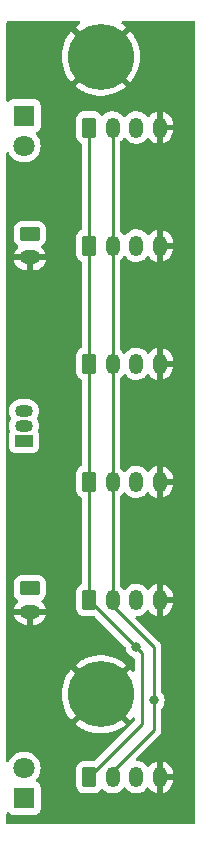
<source format=gbr>
%TF.GenerationSoftware,KiCad,Pcbnew,7.0.2*%
%TF.CreationDate,2023-07-26T10:45:46-04:00*%
%TF.ProjectId,i2csplitter,69326373-706c-4697-9474-65722e6b6963,rev?*%
%TF.SameCoordinates,Original*%
%TF.FileFunction,Copper,L2,Bot*%
%TF.FilePolarity,Positive*%
%FSLAX46Y46*%
G04 Gerber Fmt 4.6, Leading zero omitted, Abs format (unit mm)*
G04 Created by KiCad (PCBNEW 7.0.2) date 2023-07-26 10:45:46*
%MOMM*%
%LPD*%
G01*
G04 APERTURE LIST*
G04 Aperture macros list*
%AMRoundRect*
0 Rectangle with rounded corners*
0 $1 Rounding radius*
0 $2 $3 $4 $5 $6 $7 $8 $9 X,Y pos of 4 corners*
0 Add a 4 corners polygon primitive as box body*
4,1,4,$2,$3,$4,$5,$6,$7,$8,$9,$2,$3,0*
0 Add four circle primitives for the rounded corners*
1,1,$1+$1,$2,$3*
1,1,$1+$1,$4,$5*
1,1,$1+$1,$6,$7*
1,1,$1+$1,$8,$9*
0 Add four rect primitives between the rounded corners*
20,1,$1+$1,$2,$3,$4,$5,0*
20,1,$1+$1,$4,$5,$6,$7,0*
20,1,$1+$1,$6,$7,$8,$9,0*
20,1,$1+$1,$8,$9,$2,$3,0*%
G04 Aperture macros list end*
%TA.AperFunction,ComponentPad*%
%ADD10RoundRect,0.250000X-0.350000X-0.625000X0.350000X-0.625000X0.350000X0.625000X-0.350000X0.625000X0*%
%TD*%
%TA.AperFunction,ComponentPad*%
%ADD11O,1.200000X1.750000*%
%TD*%
%TA.AperFunction,ComponentPad*%
%ADD12R,1.800000X1.800000*%
%TD*%
%TA.AperFunction,ComponentPad*%
%ADD13C,1.800000*%
%TD*%
%TA.AperFunction,ComponentPad*%
%ADD14R,1.500000X1.050000*%
%TD*%
%TA.AperFunction,ComponentPad*%
%ADD15O,1.500000X1.050000*%
%TD*%
%TA.AperFunction,ComponentPad*%
%ADD16C,5.600000*%
%TD*%
%TA.AperFunction,ComponentPad*%
%ADD17RoundRect,0.250000X-0.625000X0.350000X-0.625000X-0.350000X0.625000X-0.350000X0.625000X0.350000X0*%
%TD*%
%TA.AperFunction,ComponentPad*%
%ADD18O,1.750000X1.200000*%
%TD*%
%TA.AperFunction,ViaPad*%
%ADD19C,0.800000*%
%TD*%
%TA.AperFunction,Conductor*%
%ADD20C,0.250000*%
%TD*%
G04 APERTURE END LIST*
D10*
%TO.P,J4,1,Pin_1*%
%TO.N,SCL*%
X112000000Y-70000000D03*
D11*
%TO.P,J4,2,Pin_2*%
%TO.N,SDA*%
X114000000Y-70000000D03*
%TO.P,J4,3,Pin_3*%
%TO.N,+3.3V*%
X116000000Y-70000000D03*
%TO.P,J4,4,Pin_4*%
%TO.N,GND*%
X118000000Y-70000000D03*
%TD*%
D12*
%TO.P,D1,1,K*%
%TO.N,Net-(D1-K)*%
X106500000Y-106775000D03*
D13*
%TO.P,D1,2,A*%
%TO.N,VCC*%
X106500000Y-104235000D03*
%TD*%
D14*
%TO.P,Q1,1,E*%
%TO.N,VCC*%
X106500000Y-76540000D03*
D15*
%TO.P,Q1,2,B*%
%TO.N,Net-(Q1-B)*%
X106500000Y-75270000D03*
%TO.P,Q1,3,C*%
%TO.N,Net-(D2-A)*%
X106500000Y-74000000D03*
%TD*%
D10*
%TO.P,J5,1,Pin_1*%
%TO.N,SCL*%
X112000000Y-60000000D03*
D11*
%TO.P,J5,2,Pin_2*%
%TO.N,SDA*%
X114000000Y-60000000D03*
%TO.P,J5,3,Pin_3*%
%TO.N,Net-(J5-Pin_3)*%
X116000000Y-60000000D03*
%TO.P,J5,4,Pin_4*%
%TO.N,GND*%
X118000000Y-60000000D03*
%TD*%
D16*
%TO.P,H2,1,1*%
%TO.N,GND*%
X113000000Y-44000000D03*
%TD*%
%TO.P,H1,1,1*%
%TO.N,GND*%
X113000000Y-98000000D03*
%TD*%
D17*
%TO.P,J8,1,Pin_1*%
%TO.N,Net-(J5-Pin_3)*%
X107000000Y-59000000D03*
D18*
%TO.P,J8,2,Pin_2*%
%TO.N,GND*%
X107000000Y-61000000D03*
%TD*%
D12*
%TO.P,D2,1,K*%
%TO.N,Net-(D2-K)*%
X106500000Y-49000000D03*
D13*
%TO.P,D2,2,A*%
%TO.N,Net-(D2-A)*%
X106500000Y-51540000D03*
%TD*%
D10*
%TO.P,J2,1,Pin_1*%
%TO.N,SCL*%
X112000000Y-90000000D03*
D11*
%TO.P,J2,2,Pin_2*%
%TO.N,SDA*%
X114000000Y-90000000D03*
%TO.P,J2,3,Pin_3*%
%TO.N,+3.3V*%
X116000000Y-90000000D03*
%TO.P,J2,4,Pin_4*%
%TO.N,GND*%
X118000000Y-90000000D03*
%TD*%
D17*
%TO.P,J7,1,Pin_1*%
%TO.N,+3.3V*%
X107000000Y-89000000D03*
D18*
%TO.P,J7,2,Pin_2*%
%TO.N,GND*%
X107000000Y-91000000D03*
%TD*%
D10*
%TO.P,J3,1,Pin_1*%
%TO.N,SCL*%
X112000000Y-80000000D03*
D11*
%TO.P,J3,2,Pin_2*%
%TO.N,SDA*%
X114000000Y-80000000D03*
%TO.P,J3,3,Pin_3*%
%TO.N,+3.3V*%
X116000000Y-80000000D03*
%TO.P,J3,4,Pin_4*%
%TO.N,GND*%
X118000000Y-80000000D03*
%TD*%
D10*
%TO.P,J1,1,Pin_1*%
%TO.N,SCL*%
X112000000Y-105000000D03*
D11*
%TO.P,J1,2,Pin_2*%
%TO.N,SDA*%
X114000000Y-105000000D03*
%TO.P,J1,3,Pin_3*%
%TO.N,VCC*%
X116000000Y-105000000D03*
%TO.P,J1,4,Pin_4*%
%TO.N,GND*%
X118000000Y-105000000D03*
%TD*%
D10*
%TO.P,J6,1,Pin_1*%
%TO.N,SCL*%
X112000000Y-50000000D03*
D11*
%TO.P,J6,2,Pin_2*%
%TO.N,SDA*%
X114000000Y-50000000D03*
%TO.P,J6,3,Pin_3*%
%TO.N,Net-(J5-Pin_3)*%
X116000000Y-50000000D03*
%TO.P,J6,4,Pin_4*%
%TO.N,GND*%
X118000000Y-50000000D03*
%TD*%
D19*
%TO.N,SCL*%
X116000000Y-94000000D03*
%TO.N,SDA*%
X117500000Y-98500000D03*
%TD*%
D20*
%TO.N,SCL*%
X112000000Y-50000000D02*
X112000000Y-90000000D01*
X116000000Y-94000000D02*
X112000000Y-90000000D01*
X116500000Y-94500000D02*
X116000000Y-94000000D01*
X116500000Y-100500000D02*
X116500000Y-94500000D01*
X112000000Y-105000000D02*
X116500000Y-100500000D01*
%TO.N,SDA*%
X114000000Y-105000000D02*
X114000000Y-104500000D01*
X117500000Y-98500000D02*
X117500000Y-94000000D01*
X114000000Y-90500000D02*
X114000000Y-90000000D01*
X117500000Y-94000000D02*
X114000000Y-90500000D01*
X117500000Y-101000000D02*
X117500000Y-98500000D01*
X114000000Y-104500000D02*
X117500000Y-101000000D01*
X114000000Y-50000000D02*
X114000000Y-90000000D01*
%TD*%
%TA.AperFunction,Conductor*%
%TO.N,GND*%
G36*
X111205587Y-41019685D02*
G01*
X111251342Y-41072489D01*
X111261286Y-41141647D01*
X111232261Y-41205203D01*
X111202476Y-41230251D01*
X111148234Y-41262886D01*
X111142694Y-41266642D01*
X110863149Y-41479146D01*
X110858054Y-41483474D01*
X110847256Y-41493702D01*
X110847255Y-41493703D01*
X112055819Y-42702266D01*
X111865130Y-42865130D01*
X111702266Y-43055818D01*
X110496442Y-41849994D01*
X110496441Y-41849995D01*
X110371207Y-41997433D01*
X110367147Y-42002774D01*
X110170102Y-42293393D01*
X110166649Y-42299131D01*
X110002169Y-42609373D01*
X109999360Y-42615447D01*
X109869396Y-42941631D01*
X109867251Y-42947998D01*
X109773317Y-43286315D01*
X109771874Y-43292869D01*
X109715069Y-43639369D01*
X109714343Y-43646041D01*
X109695335Y-43996643D01*
X109695335Y-44003356D01*
X109714343Y-44353958D01*
X109715069Y-44360630D01*
X109771874Y-44707130D01*
X109773317Y-44713684D01*
X109867251Y-45052001D01*
X109869396Y-45058368D01*
X109999360Y-45384552D01*
X110002169Y-45390626D01*
X110166649Y-45700868D01*
X110170102Y-45706606D01*
X110367147Y-45997225D01*
X110371207Y-46002566D01*
X110496441Y-46150003D01*
X110496442Y-46150004D01*
X111702266Y-44944180D01*
X111865130Y-45134870D01*
X112055818Y-45297732D01*
X110847255Y-46506295D01*
X110858047Y-46516518D01*
X110863157Y-46520858D01*
X111142694Y-46733357D01*
X111148240Y-46737117D01*
X111449099Y-46918137D01*
X111455038Y-46921285D01*
X111773695Y-47068712D01*
X111779937Y-47071199D01*
X112112684Y-47183315D01*
X112119129Y-47185104D01*
X112462053Y-47260588D01*
X112468677Y-47261674D01*
X112817740Y-47299636D01*
X112824437Y-47300000D01*
X113175563Y-47300000D01*
X113182259Y-47299636D01*
X113531322Y-47261674D01*
X113537946Y-47260588D01*
X113880870Y-47185104D01*
X113887315Y-47183315D01*
X114220062Y-47071199D01*
X114226304Y-47068712D01*
X114544961Y-46921285D01*
X114550900Y-46918137D01*
X114851759Y-46737117D01*
X114857305Y-46733357D01*
X115136846Y-46520856D01*
X115141950Y-46516519D01*
X115152742Y-46506296D01*
X115152743Y-46506295D01*
X113944180Y-45297733D01*
X114134870Y-45134870D01*
X114297733Y-44944180D01*
X115503556Y-46150003D01*
X115503557Y-46150003D01*
X115628792Y-46002566D01*
X115632852Y-45997225D01*
X115829897Y-45706606D01*
X115833350Y-45700868D01*
X115997830Y-45390626D01*
X116000639Y-45384552D01*
X116130603Y-45058368D01*
X116132748Y-45052001D01*
X116226682Y-44713684D01*
X116228125Y-44707130D01*
X116284930Y-44360630D01*
X116285656Y-44353958D01*
X116304664Y-44003356D01*
X116304664Y-43996643D01*
X116285656Y-43646041D01*
X116284930Y-43639369D01*
X116228125Y-43292869D01*
X116226682Y-43286315D01*
X116132748Y-42947998D01*
X116130603Y-42941631D01*
X116000639Y-42615447D01*
X115997830Y-42609373D01*
X115833350Y-42299131D01*
X115829897Y-42293393D01*
X115632852Y-42002774D01*
X115628792Y-41997433D01*
X115503557Y-41849995D01*
X115503556Y-41849994D01*
X114297732Y-43055818D01*
X114134870Y-42865130D01*
X113944180Y-42702266D01*
X115152743Y-41493703D01*
X115141942Y-41483473D01*
X115136842Y-41479141D01*
X114857305Y-41266642D01*
X114851765Y-41262886D01*
X114797524Y-41230251D01*
X114750229Y-41178821D01*
X114738246Y-41109987D01*
X114765381Y-41045601D01*
X114823017Y-41006107D01*
X114861452Y-41000000D01*
X120876000Y-41000000D01*
X120943039Y-41019685D01*
X120988794Y-41072489D01*
X121000000Y-41124000D01*
X121000000Y-108876000D01*
X120980315Y-108943039D01*
X120927511Y-108988794D01*
X120876000Y-109000000D01*
X105124000Y-109000000D01*
X105056961Y-108980315D01*
X105011206Y-108927511D01*
X105000000Y-108876000D01*
X105000000Y-108081226D01*
X105019685Y-108014187D01*
X105072489Y-107968432D01*
X105141647Y-107958488D01*
X105205203Y-107987513D01*
X105223267Y-108006916D01*
X105242452Y-108032544D01*
X105242453Y-108032544D01*
X105242454Y-108032546D01*
X105357669Y-108118796D01*
X105492517Y-108169091D01*
X105552127Y-108175500D01*
X107447872Y-108175499D01*
X107507483Y-108169091D01*
X107642331Y-108118796D01*
X107757546Y-108032546D01*
X107843796Y-107917331D01*
X107894091Y-107782483D01*
X107900500Y-107722873D01*
X107900499Y-105827128D01*
X107894091Y-105767517D01*
X107843796Y-105632669D01*
X107757546Y-105517454D01*
X107642331Y-105431204D01*
X107589357Y-105411446D01*
X107562093Y-105401277D01*
X107506160Y-105359405D01*
X107481743Y-105293940D01*
X107496595Y-105225668D01*
X107514194Y-105201116D01*
X107608979Y-105098153D01*
X107735924Y-104903849D01*
X107829157Y-104691300D01*
X107886134Y-104466305D01*
X107905300Y-104235000D01*
X107886134Y-104003695D01*
X107829157Y-103778700D01*
X107735924Y-103566151D01*
X107608979Y-103371847D01*
X107451784Y-103201087D01*
X107268626Y-103058530D01*
X107064503Y-102948064D01*
X107064499Y-102948062D01*
X107064498Y-102948062D01*
X106844984Y-102872702D01*
X106673281Y-102844050D01*
X106616049Y-102834500D01*
X106383951Y-102834500D01*
X106338164Y-102842140D01*
X106155015Y-102872702D01*
X105935501Y-102948062D01*
X105731372Y-103058531D01*
X105548215Y-103201087D01*
X105391020Y-103371848D01*
X105264077Y-103566148D01*
X105264076Y-103566151D01*
X105238482Y-103624501D01*
X105237556Y-103626611D01*
X105192599Y-103680096D01*
X105125863Y-103700786D01*
X105058535Y-103682111D01*
X105011992Y-103630000D01*
X105000000Y-103576800D01*
X105000000Y-98003356D01*
X109695335Y-98003356D01*
X109714343Y-98353958D01*
X109715069Y-98360630D01*
X109771874Y-98707130D01*
X109773317Y-98713684D01*
X109867251Y-99052001D01*
X109869396Y-99058368D01*
X109999360Y-99384552D01*
X110002169Y-99390626D01*
X110166649Y-99700868D01*
X110170102Y-99706606D01*
X110367147Y-99997225D01*
X110371207Y-100002566D01*
X110496441Y-100150003D01*
X110496442Y-100150004D01*
X111702266Y-98944180D01*
X111865130Y-99134870D01*
X112055818Y-99297732D01*
X110847255Y-100506295D01*
X110858047Y-100516518D01*
X110863157Y-100520858D01*
X111142694Y-100733357D01*
X111148240Y-100737117D01*
X111449099Y-100918137D01*
X111455038Y-100921285D01*
X111773695Y-101068712D01*
X111779937Y-101071199D01*
X112112684Y-101183315D01*
X112119129Y-101185104D01*
X112462053Y-101260588D01*
X112468677Y-101261674D01*
X112817740Y-101299636D01*
X112824437Y-101300000D01*
X113175563Y-101300000D01*
X113182259Y-101299636D01*
X113531322Y-101261674D01*
X113537946Y-101260588D01*
X113880870Y-101185104D01*
X113887315Y-101183315D01*
X114220062Y-101071199D01*
X114226304Y-101068712D01*
X114544961Y-100921285D01*
X114550900Y-100918137D01*
X114851759Y-100737117D01*
X114857305Y-100733357D01*
X115136846Y-100520856D01*
X115141950Y-100516519D01*
X115152742Y-100506296D01*
X115152743Y-100506295D01*
X113944180Y-99297733D01*
X114134870Y-99134870D01*
X114297733Y-98944180D01*
X115503556Y-100150003D01*
X115503557Y-100150003D01*
X115628792Y-100002566D01*
X115632845Y-99997234D01*
X115647865Y-99975082D01*
X115701779Y-99930640D01*
X115771161Y-99922400D01*
X115833984Y-99952980D01*
X115870301Y-100012670D01*
X115874500Y-100044667D01*
X115874500Y-100189546D01*
X115854815Y-100256585D01*
X115838181Y-100277227D01*
X112524147Y-103591260D01*
X112462824Y-103624745D01*
X112423864Y-103626936D01*
X112420674Y-103626611D01*
X112403140Y-103624819D01*
X112403123Y-103624818D01*
X112400009Y-103624500D01*
X112396860Y-103624500D01*
X111603141Y-103624500D01*
X111603121Y-103624500D01*
X111599992Y-103624501D01*
X111596860Y-103624820D01*
X111596858Y-103624821D01*
X111497203Y-103635000D01*
X111330665Y-103690186D01*
X111181342Y-103782288D01*
X111057288Y-103906342D01*
X110965186Y-104055665D01*
X110910000Y-104222202D01*
X110899819Y-104321858D01*
X110899817Y-104321878D01*
X110899500Y-104324991D01*
X110899500Y-104328138D01*
X110899500Y-104328139D01*
X110899500Y-105671859D01*
X110899500Y-105671878D01*
X110899501Y-105675008D01*
X110899820Y-105678140D01*
X110899821Y-105678141D01*
X110910000Y-105777796D01*
X110965186Y-105944334D01*
X111057288Y-106093657D01*
X111181342Y-106217711D01*
X111205152Y-106232397D01*
X111330666Y-106309814D01*
X111442017Y-106346712D01*
X111497202Y-106364999D01*
X111596858Y-106375180D01*
X111596859Y-106375180D01*
X111599991Y-106375500D01*
X112400008Y-106375499D01*
X112502797Y-106364999D01*
X112669334Y-106309814D01*
X112818656Y-106217712D01*
X112942712Y-106093656D01*
X112981815Y-106030258D01*
X113033761Y-105983535D01*
X113102723Y-105972312D01*
X113166806Y-106000155D01*
X113184818Y-106018698D01*
X113199908Y-106037886D01*
X113283694Y-106110487D01*
X113358745Y-106175520D01*
X113540754Y-106280603D01*
X113540756Y-106280604D01*
X113625150Y-106309813D01*
X113739366Y-106349344D01*
X113774298Y-106354366D01*
X113947398Y-106379254D01*
X114157330Y-106369254D01*
X114361576Y-106319704D01*
X114448196Y-106280146D01*
X114552752Y-106232397D01*
X114632624Y-106175520D01*
X114723952Y-106110486D01*
X114868986Y-105958378D01*
X114895542Y-105917056D01*
X114948344Y-105871303D01*
X115017503Y-105861359D01*
X115081058Y-105890384D01*
X115097326Y-105907444D01*
X115199908Y-106037886D01*
X115358745Y-106175520D01*
X115540754Y-106280603D01*
X115540756Y-106280604D01*
X115625150Y-106309813D01*
X115739366Y-106349344D01*
X115774298Y-106354366D01*
X115947398Y-106379254D01*
X116157330Y-106369254D01*
X116361576Y-106319704D01*
X116448196Y-106280146D01*
X116552752Y-106232397D01*
X116632624Y-106175520D01*
X116723952Y-106110486D01*
X116868986Y-105958378D01*
X116895828Y-105916611D01*
X116948629Y-105870857D01*
X117017787Y-105860913D01*
X117081344Y-105889937D01*
X117097612Y-105906999D01*
X117200269Y-106037538D01*
X117359036Y-106175111D01*
X117540963Y-106280146D01*
X117739485Y-106348855D01*
X117749999Y-106350366D01*
X117749999Y-105280616D01*
X117819052Y-105334363D01*
X117937424Y-105375000D01*
X118031073Y-105375000D01*
X118123446Y-105359586D01*
X118233514Y-105300019D01*
X118250000Y-105282110D01*
X118250000Y-106346257D01*
X118361410Y-106319229D01*
X118552505Y-106231960D01*
X118723621Y-106110107D01*
X118868592Y-105958066D01*
X118982166Y-105781344D01*
X119060244Y-105586314D01*
X119100000Y-105380037D01*
X119100000Y-105250000D01*
X118279560Y-105250000D01*
X118318278Y-105207941D01*
X118368551Y-105093330D01*
X118378886Y-104968605D01*
X118348163Y-104847281D01*
X118284606Y-104750000D01*
X119100000Y-104750000D01*
X119100000Y-104675549D01*
X119099718Y-104669640D01*
X119085035Y-104515879D01*
X119025850Y-104314312D01*
X118929587Y-104127587D01*
X118799730Y-103962461D01*
X118640963Y-103824888D01*
X118459036Y-103719853D01*
X118260514Y-103651143D01*
X118249999Y-103649631D01*
X118249999Y-104719382D01*
X118180948Y-104665637D01*
X118062576Y-104625000D01*
X117968927Y-104625000D01*
X117876554Y-104640414D01*
X117766486Y-104699981D01*
X117749999Y-104717889D01*
X117750000Y-103653740D01*
X117638593Y-103680768D01*
X117447494Y-103768039D01*
X117276378Y-103889892D01*
X117131405Y-104041935D01*
X117104783Y-104083359D01*
X117051979Y-104129113D01*
X116982820Y-104139056D01*
X116919265Y-104110030D01*
X116902999Y-104092970D01*
X116800093Y-103962115D01*
X116641254Y-103824479D01*
X116459245Y-103719396D01*
X116260633Y-103650655D01*
X116045340Y-103619702D01*
X115981784Y-103590677D01*
X115944010Y-103531899D01*
X115944010Y-103462029D01*
X115975304Y-103409285D01*
X117883789Y-101500800D01*
X117899885Y-101487906D01*
X117901873Y-101485787D01*
X117901877Y-101485786D01*
X117947949Y-101436723D01*
X117950534Y-101434055D01*
X117970120Y-101414471D01*
X117972585Y-101411292D01*
X117980167Y-101402416D01*
X118010062Y-101370582D01*
X118019717Y-101353018D01*
X118030394Y-101336764D01*
X118042673Y-101320936D01*
X118060018Y-101280852D01*
X118065160Y-101270356D01*
X118086197Y-101232092D01*
X118091179Y-101212684D01*
X118097481Y-101194280D01*
X118105437Y-101175896D01*
X118112269Y-101132752D01*
X118114633Y-101121338D01*
X118125500Y-101079019D01*
X118125500Y-101058983D01*
X118127027Y-101039584D01*
X118130160Y-101019804D01*
X118126047Y-100976303D01*
X118125499Y-100964676D01*
X118125499Y-99198685D01*
X118145184Y-99131647D01*
X118157347Y-99115716D01*
X118232533Y-99032216D01*
X118327179Y-98868284D01*
X118385674Y-98688256D01*
X118405460Y-98500000D01*
X118385674Y-98311744D01*
X118327179Y-98131716D01*
X118327179Y-98131715D01*
X118232533Y-97967783D01*
X118157350Y-97884284D01*
X118127120Y-97821293D01*
X118125500Y-97801312D01*
X118125500Y-94082739D01*
X118127763Y-94062238D01*
X118125561Y-93992143D01*
X118125500Y-93988249D01*
X118125500Y-93964544D01*
X118125500Y-93960650D01*
X118124998Y-93956681D01*
X118124080Y-93945024D01*
X118122709Y-93901372D01*
X118117119Y-93882134D01*
X118113174Y-93863082D01*
X118110664Y-93843208D01*
X118110664Y-93843207D01*
X118094578Y-93802581D01*
X118090805Y-93791560D01*
X118078617Y-93749610D01*
X118068421Y-93732369D01*
X118059863Y-93714902D01*
X118052486Y-93696268D01*
X118026798Y-93660912D01*
X118020409Y-93651184D01*
X117998170Y-93613579D01*
X117984006Y-93599415D01*
X117971369Y-93584620D01*
X117959595Y-93568414D01*
X117959594Y-93568413D01*
X117925935Y-93540568D01*
X117917305Y-93532714D01*
X115970394Y-91585803D01*
X115936909Y-91524480D01*
X115941893Y-91454788D01*
X115983765Y-91398855D01*
X116049229Y-91374438D01*
X116052092Y-91374266D01*
X116157330Y-91369254D01*
X116361576Y-91319704D01*
X116448196Y-91280146D01*
X116552752Y-91232397D01*
X116587360Y-91207752D01*
X116723952Y-91110486D01*
X116868986Y-90958378D01*
X116895828Y-90916611D01*
X116948629Y-90870857D01*
X117017787Y-90860913D01*
X117081344Y-90889937D01*
X117097612Y-90906999D01*
X117200269Y-91037538D01*
X117359036Y-91175111D01*
X117540963Y-91280146D01*
X117739485Y-91348855D01*
X117749999Y-91350366D01*
X117749999Y-90280616D01*
X117819052Y-90334363D01*
X117937424Y-90375000D01*
X118031073Y-90375000D01*
X118123446Y-90359586D01*
X118233514Y-90300019D01*
X118250000Y-90282110D01*
X118250000Y-91346257D01*
X118361410Y-91319229D01*
X118552505Y-91231960D01*
X118723621Y-91110107D01*
X118868592Y-90958066D01*
X118982166Y-90781344D01*
X119060244Y-90586314D01*
X119100000Y-90380037D01*
X119100000Y-90250000D01*
X118279560Y-90250000D01*
X118318278Y-90207941D01*
X118368551Y-90093330D01*
X118378886Y-89968605D01*
X118348163Y-89847281D01*
X118284606Y-89750000D01*
X119100000Y-89750000D01*
X119100000Y-89675549D01*
X119099718Y-89669640D01*
X119085035Y-89515879D01*
X119025850Y-89314312D01*
X118929587Y-89127587D01*
X118799730Y-88962461D01*
X118640963Y-88824888D01*
X118459036Y-88719853D01*
X118260514Y-88651143D01*
X118249999Y-88649631D01*
X118249999Y-89719382D01*
X118180948Y-89665637D01*
X118062576Y-89625000D01*
X117968927Y-89625000D01*
X117876554Y-89640414D01*
X117766486Y-89699981D01*
X117749999Y-89717889D01*
X117750000Y-88653740D01*
X117638593Y-88680768D01*
X117447494Y-88768039D01*
X117276378Y-88889892D01*
X117131405Y-89041935D01*
X117104783Y-89083359D01*
X117051979Y-89129113D01*
X116982820Y-89139056D01*
X116919265Y-89110030D01*
X116902999Y-89092970D01*
X116800093Y-88962115D01*
X116641254Y-88824479D01*
X116459245Y-88719396D01*
X116260633Y-88650655D01*
X116052603Y-88620746D01*
X116052602Y-88620746D01*
X115947636Y-88625746D01*
X115842669Y-88630746D01*
X115638419Y-88680297D01*
X115447247Y-88767602D01*
X115276050Y-88889512D01*
X115131011Y-89041625D01*
X115104457Y-89082943D01*
X115051652Y-89128697D01*
X114982494Y-89138640D01*
X114918939Y-89109613D01*
X114902673Y-89092554D01*
X114807558Y-88971608D01*
X114800092Y-88962114D01*
X114668295Y-88847910D01*
X114630522Y-88789134D01*
X114625499Y-88754205D01*
X114625499Y-81244518D01*
X114645184Y-81177480D01*
X114677570Y-81143513D01*
X114723952Y-81110486D01*
X114868986Y-80958378D01*
X114895542Y-80917056D01*
X114948344Y-80871303D01*
X115017503Y-80861359D01*
X115081058Y-80890384D01*
X115097326Y-80907444D01*
X115199908Y-81037886D01*
X115358745Y-81175520D01*
X115540754Y-81280603D01*
X115540756Y-81280604D01*
X115598294Y-81300518D01*
X115739366Y-81349344D01*
X115761074Y-81352465D01*
X115947398Y-81379254D01*
X116157330Y-81369254D01*
X116361576Y-81319704D01*
X116448196Y-81280146D01*
X116552752Y-81232397D01*
X116625500Y-81180593D01*
X116723952Y-81110486D01*
X116868986Y-80958378D01*
X116895828Y-80916611D01*
X116948629Y-80870857D01*
X117017787Y-80860913D01*
X117081344Y-80889937D01*
X117097612Y-80906999D01*
X117200269Y-81037538D01*
X117359036Y-81175111D01*
X117540963Y-81280146D01*
X117739485Y-81348855D01*
X117749999Y-81350366D01*
X117749999Y-80280616D01*
X117819052Y-80334363D01*
X117937424Y-80375000D01*
X118031073Y-80375000D01*
X118123446Y-80359586D01*
X118233514Y-80300019D01*
X118250000Y-80282110D01*
X118250000Y-81346257D01*
X118361410Y-81319229D01*
X118552505Y-81231960D01*
X118723621Y-81110107D01*
X118868592Y-80958066D01*
X118982166Y-80781344D01*
X119060244Y-80586314D01*
X119100000Y-80380037D01*
X119100000Y-80250000D01*
X118279560Y-80250000D01*
X118318278Y-80207941D01*
X118368551Y-80093330D01*
X118378886Y-79968605D01*
X118348163Y-79847281D01*
X118284606Y-79750000D01*
X119100000Y-79750000D01*
X119100000Y-79675549D01*
X119099718Y-79669640D01*
X119085035Y-79515879D01*
X119025850Y-79314312D01*
X118929587Y-79127587D01*
X118799730Y-78962461D01*
X118640963Y-78824888D01*
X118459036Y-78719853D01*
X118260514Y-78651143D01*
X118249999Y-78649631D01*
X118249999Y-79719382D01*
X118180948Y-79665637D01*
X118062576Y-79625000D01*
X117968927Y-79625000D01*
X117876554Y-79640414D01*
X117766486Y-79699981D01*
X117749999Y-79717889D01*
X117750000Y-78653740D01*
X117638593Y-78680768D01*
X117447494Y-78768039D01*
X117276378Y-78889892D01*
X117131405Y-79041935D01*
X117104783Y-79083359D01*
X117051979Y-79129113D01*
X116982820Y-79139056D01*
X116919265Y-79110030D01*
X116902999Y-79092970D01*
X116800093Y-78962115D01*
X116641254Y-78824479D01*
X116459245Y-78719396D01*
X116260633Y-78650655D01*
X116052603Y-78620746D01*
X116052602Y-78620746D01*
X115947636Y-78625746D01*
X115842669Y-78630746D01*
X115638419Y-78680297D01*
X115447247Y-78767602D01*
X115276050Y-78889512D01*
X115131011Y-79041625D01*
X115104457Y-79082943D01*
X115051652Y-79128697D01*
X114982494Y-79138640D01*
X114918939Y-79109613D01*
X114902673Y-79092554D01*
X114807558Y-78971608D01*
X114800092Y-78962114D01*
X114668295Y-78847910D01*
X114630522Y-78789134D01*
X114625499Y-78754205D01*
X114625499Y-71244518D01*
X114645184Y-71177480D01*
X114677570Y-71143513D01*
X114723952Y-71110486D01*
X114868986Y-70958378D01*
X114895542Y-70917056D01*
X114948344Y-70871303D01*
X115017503Y-70861359D01*
X115081058Y-70890384D01*
X115097326Y-70907444D01*
X115199908Y-71037886D01*
X115358745Y-71175520D01*
X115540754Y-71280603D01*
X115540756Y-71280604D01*
X115598294Y-71300518D01*
X115739366Y-71349344D01*
X115761074Y-71352465D01*
X115947398Y-71379254D01*
X116157330Y-71369254D01*
X116361576Y-71319704D01*
X116448196Y-71280146D01*
X116552752Y-71232397D01*
X116625500Y-71180593D01*
X116723952Y-71110486D01*
X116868986Y-70958378D01*
X116895828Y-70916611D01*
X116948629Y-70870857D01*
X117017787Y-70860913D01*
X117081344Y-70889937D01*
X117097612Y-70906999D01*
X117200269Y-71037538D01*
X117359036Y-71175111D01*
X117540963Y-71280146D01*
X117739485Y-71348855D01*
X117749999Y-71350366D01*
X117749999Y-70280616D01*
X117819052Y-70334363D01*
X117937424Y-70375000D01*
X118031073Y-70375000D01*
X118123446Y-70359586D01*
X118233514Y-70300019D01*
X118250000Y-70282110D01*
X118250000Y-71346257D01*
X118361410Y-71319229D01*
X118552505Y-71231960D01*
X118723621Y-71110107D01*
X118868592Y-70958066D01*
X118982166Y-70781344D01*
X119060244Y-70586314D01*
X119100000Y-70380037D01*
X119100000Y-70250000D01*
X118279560Y-70250000D01*
X118318278Y-70207941D01*
X118368551Y-70093330D01*
X118378886Y-69968605D01*
X118348163Y-69847281D01*
X118284606Y-69750000D01*
X119100000Y-69750000D01*
X119100000Y-69675549D01*
X119099718Y-69669640D01*
X119085035Y-69515879D01*
X119025850Y-69314312D01*
X118929587Y-69127587D01*
X118799730Y-68962461D01*
X118640963Y-68824888D01*
X118459036Y-68719853D01*
X118260514Y-68651143D01*
X118249999Y-68649631D01*
X118249999Y-69719382D01*
X118180948Y-69665637D01*
X118062576Y-69625000D01*
X117968927Y-69625000D01*
X117876554Y-69640414D01*
X117766486Y-69699981D01*
X117749999Y-69717889D01*
X117750000Y-68653740D01*
X117638593Y-68680768D01*
X117447494Y-68768039D01*
X117276378Y-68889892D01*
X117131405Y-69041935D01*
X117104783Y-69083359D01*
X117051979Y-69129113D01*
X116982820Y-69139056D01*
X116919265Y-69110030D01*
X116902999Y-69092970D01*
X116800093Y-68962115D01*
X116641254Y-68824479D01*
X116459245Y-68719396D01*
X116260633Y-68650655D01*
X116052603Y-68620746D01*
X116052602Y-68620746D01*
X115947636Y-68625746D01*
X115842669Y-68630746D01*
X115638419Y-68680297D01*
X115447247Y-68767602D01*
X115276050Y-68889512D01*
X115131011Y-69041625D01*
X115104457Y-69082943D01*
X115051652Y-69128697D01*
X114982494Y-69138640D01*
X114918939Y-69109613D01*
X114902673Y-69092554D01*
X114807558Y-68971608D01*
X114800092Y-68962114D01*
X114668295Y-68847910D01*
X114630522Y-68789134D01*
X114625499Y-68754205D01*
X114625499Y-61244518D01*
X114645184Y-61177480D01*
X114677570Y-61143513D01*
X114723952Y-61110486D01*
X114868986Y-60958378D01*
X114895542Y-60917056D01*
X114948344Y-60871303D01*
X115017503Y-60861359D01*
X115081058Y-60890384D01*
X115097326Y-60907444D01*
X115199908Y-61037886D01*
X115358745Y-61175520D01*
X115540754Y-61280603D01*
X115540756Y-61280604D01*
X115596852Y-61300019D01*
X115739366Y-61349344D01*
X115761074Y-61352465D01*
X115947398Y-61379254D01*
X116157330Y-61369254D01*
X116361576Y-61319704D01*
X116448196Y-61280146D01*
X116552752Y-61232397D01*
X116625500Y-61180593D01*
X116723952Y-61110486D01*
X116868986Y-60958378D01*
X116895828Y-60916611D01*
X116948629Y-60870857D01*
X117017787Y-60860913D01*
X117081344Y-60889937D01*
X117097612Y-60906999D01*
X117200269Y-61037538D01*
X117359036Y-61175111D01*
X117540963Y-61280146D01*
X117739485Y-61348855D01*
X117749999Y-61350366D01*
X117749999Y-60280616D01*
X117819052Y-60334363D01*
X117937424Y-60375000D01*
X118031073Y-60375000D01*
X118123446Y-60359586D01*
X118233514Y-60300019D01*
X118250000Y-60282110D01*
X118250000Y-61346257D01*
X118361410Y-61319229D01*
X118552505Y-61231960D01*
X118723621Y-61110107D01*
X118868592Y-60958066D01*
X118982166Y-60781344D01*
X119060244Y-60586314D01*
X119100000Y-60380037D01*
X119100000Y-60250000D01*
X118279560Y-60250000D01*
X118318278Y-60207941D01*
X118368551Y-60093330D01*
X118378886Y-59968605D01*
X118348163Y-59847281D01*
X118284606Y-59750000D01*
X119100000Y-59750000D01*
X119100000Y-59675549D01*
X119099718Y-59669640D01*
X119085035Y-59515879D01*
X119025850Y-59314312D01*
X118929587Y-59127587D01*
X118799730Y-58962461D01*
X118640963Y-58824888D01*
X118459036Y-58719853D01*
X118260514Y-58651143D01*
X118249999Y-58649631D01*
X118249999Y-59719382D01*
X118180948Y-59665637D01*
X118062576Y-59625000D01*
X117968927Y-59625000D01*
X117876554Y-59640414D01*
X117766486Y-59699981D01*
X117749999Y-59717889D01*
X117750000Y-58653740D01*
X117638593Y-58680768D01*
X117447494Y-58768039D01*
X117276378Y-58889892D01*
X117131405Y-59041935D01*
X117104783Y-59083359D01*
X117051979Y-59129113D01*
X116982820Y-59139056D01*
X116919265Y-59110030D01*
X116902999Y-59092970D01*
X116800093Y-58962115D01*
X116641254Y-58824479D01*
X116459245Y-58719396D01*
X116260633Y-58650655D01*
X116052603Y-58620746D01*
X116052602Y-58620746D01*
X115947636Y-58625746D01*
X115842669Y-58630746D01*
X115638419Y-58680297D01*
X115447247Y-58767602D01*
X115276050Y-58889512D01*
X115131011Y-59041625D01*
X115104457Y-59082943D01*
X115051652Y-59128697D01*
X114982494Y-59138640D01*
X114918939Y-59109613D01*
X114902673Y-59092554D01*
X114807558Y-58971608D01*
X114800092Y-58962114D01*
X114668295Y-58847910D01*
X114630522Y-58789134D01*
X114625499Y-58754205D01*
X114625499Y-51244518D01*
X114645184Y-51177480D01*
X114677570Y-51143513D01*
X114723952Y-51110486D01*
X114868986Y-50958378D01*
X114895542Y-50917056D01*
X114948344Y-50871303D01*
X115017503Y-50861359D01*
X115081058Y-50890384D01*
X115097326Y-50907444D01*
X115199908Y-51037886D01*
X115358745Y-51175520D01*
X115540754Y-51280603D01*
X115540756Y-51280604D01*
X115598294Y-51300518D01*
X115739366Y-51349344D01*
X115761074Y-51352465D01*
X115947398Y-51379254D01*
X116157330Y-51369254D01*
X116361576Y-51319704D01*
X116448196Y-51280146D01*
X116552752Y-51232397D01*
X116625500Y-51180593D01*
X116723952Y-51110486D01*
X116868986Y-50958378D01*
X116895828Y-50916611D01*
X116948629Y-50870857D01*
X117017787Y-50860913D01*
X117081344Y-50889937D01*
X117097612Y-50906999D01*
X117200269Y-51037538D01*
X117359036Y-51175111D01*
X117540963Y-51280146D01*
X117739485Y-51348855D01*
X117749999Y-51350366D01*
X117749999Y-50280616D01*
X117819052Y-50334363D01*
X117937424Y-50375000D01*
X118031073Y-50375000D01*
X118123446Y-50359586D01*
X118233514Y-50300019D01*
X118250000Y-50282110D01*
X118250000Y-51346257D01*
X118361410Y-51319229D01*
X118552505Y-51231960D01*
X118723621Y-51110107D01*
X118868592Y-50958066D01*
X118982166Y-50781344D01*
X119060244Y-50586314D01*
X119100000Y-50380037D01*
X119100000Y-50250000D01*
X118279560Y-50250000D01*
X118318278Y-50207941D01*
X118368551Y-50093330D01*
X118378886Y-49968605D01*
X118348163Y-49847281D01*
X118284606Y-49750000D01*
X119100000Y-49750000D01*
X119100000Y-49675549D01*
X119099718Y-49669640D01*
X119085035Y-49515879D01*
X119025850Y-49314312D01*
X118929587Y-49127587D01*
X118799730Y-48962461D01*
X118640963Y-48824888D01*
X118459036Y-48719853D01*
X118260514Y-48651143D01*
X118249999Y-48649631D01*
X118249999Y-49719382D01*
X118180948Y-49665637D01*
X118062576Y-49625000D01*
X117968927Y-49625000D01*
X117876554Y-49640414D01*
X117766486Y-49699981D01*
X117749999Y-49717889D01*
X117750000Y-48653740D01*
X117638593Y-48680768D01*
X117447494Y-48768039D01*
X117276378Y-48889892D01*
X117131405Y-49041935D01*
X117104783Y-49083359D01*
X117051979Y-49129113D01*
X116982820Y-49139056D01*
X116919265Y-49110030D01*
X116902999Y-49092970D01*
X116800093Y-48962115D01*
X116641254Y-48824479D01*
X116459245Y-48719396D01*
X116260633Y-48650655D01*
X116052603Y-48620746D01*
X116052602Y-48620746D01*
X115973794Y-48624500D01*
X115842669Y-48630746D01*
X115638419Y-48680297D01*
X115447247Y-48767602D01*
X115276050Y-48889512D01*
X115131011Y-49041625D01*
X115104457Y-49082943D01*
X115051652Y-49128697D01*
X114982494Y-49138640D01*
X114918939Y-49109613D01*
X114902673Y-49092554D01*
X114807558Y-48971608D01*
X114800092Y-48962114D01*
X114641256Y-48824481D01*
X114641254Y-48824479D01*
X114459245Y-48719396D01*
X114260633Y-48650655D01*
X114052603Y-48620746D01*
X114052602Y-48620746D01*
X113973794Y-48624500D01*
X113842669Y-48630746D01*
X113638419Y-48680297D01*
X113447247Y-48767602D01*
X113276049Y-48889512D01*
X113178249Y-48992082D01*
X113117739Y-49027017D01*
X113047949Y-49023692D01*
X112991035Y-48983163D01*
X112982967Y-48971608D01*
X112942711Y-48906342D01*
X112818657Y-48782288D01*
X112669334Y-48690186D01*
X112502797Y-48635000D01*
X112403141Y-48624819D01*
X112403122Y-48624818D01*
X112400009Y-48624500D01*
X112396860Y-48624500D01*
X111603141Y-48624500D01*
X111603121Y-48624500D01*
X111599992Y-48624501D01*
X111596860Y-48624820D01*
X111596858Y-48624821D01*
X111497203Y-48635000D01*
X111330665Y-48690186D01*
X111181342Y-48782288D01*
X111057288Y-48906342D01*
X110965186Y-49055665D01*
X110910000Y-49222202D01*
X110899819Y-49321858D01*
X110899817Y-49321878D01*
X110899500Y-49324991D01*
X110899500Y-49328138D01*
X110899500Y-49328139D01*
X110899500Y-50671859D01*
X110899500Y-50671878D01*
X110899501Y-50675008D01*
X110899820Y-50678140D01*
X110899821Y-50678141D01*
X110910000Y-50777796D01*
X110965186Y-50944334D01*
X111057288Y-51093657D01*
X111181342Y-51217711D01*
X111181344Y-51217712D01*
X111315597Y-51300519D01*
X111362321Y-51352465D01*
X111374500Y-51406057D01*
X111374500Y-58593941D01*
X111354815Y-58660980D01*
X111315597Y-58699480D01*
X111181341Y-58782289D01*
X111057288Y-58906342D01*
X110965186Y-59055665D01*
X110910000Y-59222202D01*
X110899819Y-59321858D01*
X110899817Y-59321878D01*
X110899500Y-59324991D01*
X110899500Y-59328138D01*
X110899500Y-59328139D01*
X110899500Y-60671859D01*
X110899500Y-60671878D01*
X110899501Y-60675008D01*
X110899820Y-60678140D01*
X110899821Y-60678141D01*
X110910000Y-60777796D01*
X110965186Y-60944334D01*
X111057288Y-61093657D01*
X111181342Y-61217711D01*
X111181344Y-61217712D01*
X111315597Y-61300519D01*
X111362321Y-61352465D01*
X111374500Y-61406057D01*
X111374500Y-68593941D01*
X111354815Y-68660980D01*
X111315597Y-68699480D01*
X111181341Y-68782289D01*
X111057288Y-68906342D01*
X110965186Y-69055665D01*
X110910000Y-69222202D01*
X110899819Y-69321858D01*
X110899817Y-69321878D01*
X110899500Y-69324991D01*
X110899500Y-69328138D01*
X110899500Y-69328139D01*
X110899500Y-70671859D01*
X110899500Y-70671878D01*
X110899501Y-70675008D01*
X110899820Y-70678140D01*
X110899821Y-70678141D01*
X110910000Y-70777796D01*
X110965186Y-70944334D01*
X111057288Y-71093657D01*
X111181342Y-71217711D01*
X111181344Y-71217712D01*
X111315597Y-71300519D01*
X111362321Y-71352465D01*
X111374500Y-71406057D01*
X111374500Y-78593941D01*
X111354815Y-78660980D01*
X111315597Y-78699480D01*
X111181341Y-78782289D01*
X111057288Y-78906342D01*
X110965186Y-79055665D01*
X110910000Y-79222202D01*
X110899819Y-79321858D01*
X110899817Y-79321878D01*
X110899500Y-79324991D01*
X110899500Y-79328138D01*
X110899500Y-79328139D01*
X110899500Y-80671859D01*
X110899500Y-80671878D01*
X110899501Y-80675008D01*
X110899820Y-80678140D01*
X110899821Y-80678141D01*
X110910000Y-80777796D01*
X110965186Y-80944334D01*
X111057288Y-81093657D01*
X111181342Y-81217711D01*
X111181344Y-81217712D01*
X111315597Y-81300519D01*
X111362321Y-81352465D01*
X111374500Y-81406057D01*
X111374500Y-88593941D01*
X111354815Y-88660980D01*
X111315597Y-88699480D01*
X111181341Y-88782289D01*
X111057288Y-88906342D01*
X110965186Y-89055665D01*
X110910000Y-89222202D01*
X110899819Y-89321858D01*
X110899817Y-89321878D01*
X110899500Y-89324991D01*
X110899500Y-89328138D01*
X110899500Y-89328139D01*
X110899500Y-90671859D01*
X110899500Y-90671878D01*
X110899501Y-90675008D01*
X110899820Y-90678140D01*
X110899821Y-90678141D01*
X110910000Y-90777796D01*
X110965186Y-90944334D01*
X111057288Y-91093657D01*
X111181342Y-91217711D01*
X111205152Y-91232397D01*
X111330666Y-91309814D01*
X111441280Y-91346468D01*
X111497202Y-91364999D01*
X111596858Y-91375180D01*
X111596859Y-91375180D01*
X111599991Y-91375500D01*
X112400008Y-91375499D01*
X112423865Y-91373061D01*
X112492553Y-91385829D01*
X112524147Y-91408738D01*
X115061038Y-93945629D01*
X115094523Y-94006952D01*
X115096678Y-94020348D01*
X115114326Y-94188257D01*
X115172820Y-94368284D01*
X115267466Y-94532216D01*
X115394129Y-94672889D01*
X115547269Y-94784151D01*
X115720194Y-94861143D01*
X115720195Y-94861143D01*
X115720197Y-94861144D01*
X115776280Y-94873064D01*
X115837761Y-94906254D01*
X115871539Y-94967417D01*
X115874500Y-94994354D01*
X115874500Y-95955332D01*
X115854815Y-96022371D01*
X115802011Y-96068126D01*
X115732853Y-96078070D01*
X115669297Y-96049045D01*
X115647867Y-96024919D01*
X115632852Y-96002774D01*
X115628792Y-95997433D01*
X115503557Y-95849995D01*
X115503556Y-95849994D01*
X114297732Y-97055818D01*
X114134870Y-96865130D01*
X113944180Y-96702266D01*
X115152743Y-95493703D01*
X115141942Y-95483473D01*
X115136842Y-95479141D01*
X114857305Y-95266642D01*
X114851759Y-95262882D01*
X114550900Y-95081862D01*
X114544961Y-95078714D01*
X114226304Y-94931287D01*
X114220062Y-94928800D01*
X113887315Y-94816684D01*
X113880870Y-94814895D01*
X113537946Y-94739411D01*
X113531322Y-94738325D01*
X113182259Y-94700363D01*
X113175563Y-94700000D01*
X112824437Y-94700000D01*
X112817740Y-94700363D01*
X112468677Y-94738325D01*
X112462053Y-94739411D01*
X112119129Y-94814895D01*
X112112684Y-94816684D01*
X111779937Y-94928800D01*
X111773695Y-94931287D01*
X111455038Y-95078714D01*
X111449099Y-95081862D01*
X111148240Y-95262882D01*
X111142694Y-95266642D01*
X110863149Y-95479146D01*
X110858054Y-95483474D01*
X110847256Y-95493702D01*
X110847255Y-95493703D01*
X112055819Y-96702266D01*
X111865130Y-96865130D01*
X111702266Y-97055818D01*
X110496442Y-95849994D01*
X110496441Y-95849995D01*
X110371207Y-95997433D01*
X110367147Y-96002774D01*
X110170102Y-96293393D01*
X110166649Y-96299131D01*
X110002169Y-96609373D01*
X109999360Y-96615447D01*
X109869396Y-96941631D01*
X109867251Y-96947998D01*
X109773317Y-97286315D01*
X109771874Y-97292869D01*
X109715069Y-97639369D01*
X109714343Y-97646041D01*
X109695335Y-97996643D01*
X109695335Y-98003356D01*
X105000000Y-98003356D01*
X105000000Y-89502796D01*
X105000000Y-89396877D01*
X105624500Y-89396877D01*
X105624501Y-89400008D01*
X105624820Y-89403140D01*
X105624821Y-89403141D01*
X105635000Y-89502796D01*
X105690186Y-89669334D01*
X105782288Y-89818657D01*
X105906342Y-89942711D01*
X105970191Y-89982093D01*
X106016916Y-90034040D01*
X106028139Y-90103003D01*
X106000296Y-90167085D01*
X105981750Y-90185100D01*
X105962462Y-90200269D01*
X105824888Y-90359036D01*
X105719853Y-90540963D01*
X105651143Y-90739488D01*
X105649631Y-90749999D01*
X105649632Y-90750000D01*
X106720440Y-90750000D01*
X106681722Y-90792059D01*
X106631449Y-90906670D01*
X106621114Y-91031395D01*
X106651837Y-91152719D01*
X106715394Y-91250000D01*
X105653742Y-91250000D01*
X105680770Y-91361410D01*
X105768039Y-91552505D01*
X105889892Y-91723621D01*
X106041933Y-91868592D01*
X106218655Y-91982166D01*
X106413685Y-92060244D01*
X106619962Y-92100000D01*
X106750000Y-92100000D01*
X106750000Y-91280617D01*
X106819052Y-91334363D01*
X106937424Y-91375000D01*
X107031073Y-91375000D01*
X107123446Y-91359586D01*
X107233514Y-91300019D01*
X107250000Y-91282110D01*
X107250000Y-92100000D01*
X107324450Y-92100000D01*
X107330359Y-92099718D01*
X107484120Y-92085035D01*
X107685687Y-92025850D01*
X107872412Y-91929587D01*
X108037538Y-91799730D01*
X108175111Y-91640963D01*
X108280146Y-91459036D01*
X108348856Y-91260511D01*
X108350368Y-91250000D01*
X107279560Y-91250000D01*
X107318278Y-91207941D01*
X107368551Y-91093330D01*
X107378886Y-90968605D01*
X107348163Y-90847281D01*
X107284606Y-90750000D01*
X108346257Y-90750000D01*
X108319229Y-90638589D01*
X108231960Y-90447494D01*
X108110107Y-90276377D01*
X108007478Y-90178520D01*
X107972543Y-90118011D01*
X107975868Y-90048220D01*
X108016397Y-89991306D01*
X108027948Y-89983240D01*
X108093656Y-89942712D01*
X108217712Y-89818656D01*
X108309814Y-89669334D01*
X108364999Y-89502797D01*
X108375500Y-89400009D01*
X108375499Y-88599992D01*
X108364999Y-88497203D01*
X108309814Y-88330666D01*
X108217712Y-88181344D01*
X108217711Y-88181342D01*
X108093657Y-88057288D01*
X107944334Y-87965186D01*
X107777797Y-87910000D01*
X107678141Y-87899819D01*
X107678122Y-87899818D01*
X107675009Y-87899500D01*
X107671860Y-87899500D01*
X106328140Y-87899500D01*
X106328120Y-87899500D01*
X106324992Y-87899501D01*
X106321860Y-87899820D01*
X106321858Y-87899821D01*
X106222203Y-87910000D01*
X106055665Y-87965186D01*
X105906342Y-88057288D01*
X105782288Y-88181342D01*
X105690186Y-88330665D01*
X105635000Y-88497202D01*
X105624819Y-88596858D01*
X105624817Y-88596878D01*
X105624500Y-88599991D01*
X105624500Y-88603138D01*
X105624500Y-88603139D01*
X105624500Y-89396858D01*
X105624500Y-89396877D01*
X105000000Y-89396877D01*
X105000000Y-75311238D01*
X105011869Y-75270814D01*
X105009855Y-75266878D01*
X105236916Y-75266878D01*
X105242976Y-75276307D01*
X105247402Y-75299087D01*
X105264337Y-75471032D01*
X105323305Y-75665424D01*
X105323928Y-75735291D01*
X105308575Y-75766308D01*
X105255909Y-75907514D01*
X105255909Y-75907517D01*
X105249500Y-75967127D01*
X105249500Y-75970448D01*
X105249500Y-75970449D01*
X105249500Y-77109560D01*
X105249500Y-77109578D01*
X105249501Y-77112872D01*
X105255909Y-77172483D01*
X105306204Y-77307331D01*
X105392454Y-77422546D01*
X105507669Y-77508796D01*
X105642517Y-77559091D01*
X105702127Y-77565500D01*
X107297872Y-77565499D01*
X107357483Y-77559091D01*
X107492331Y-77508796D01*
X107607546Y-77422546D01*
X107693796Y-77307331D01*
X107744091Y-77172483D01*
X107750500Y-77112873D01*
X107750499Y-75967128D01*
X107744091Y-75907517D01*
X107693796Y-75772669D01*
X107693795Y-75772667D01*
X107687565Y-75755964D01*
X107688574Y-75755587D01*
X107671670Y-75710270D01*
X107676693Y-75665424D01*
X107677019Y-75664347D01*
X107677023Y-75664341D01*
X107735662Y-75471033D01*
X107755462Y-75270000D01*
X107735662Y-75068967D01*
X107677023Y-74875659D01*
X107581798Y-74697506D01*
X107581796Y-74697503D01*
X107579631Y-74693453D01*
X107565389Y-74625051D01*
X107579631Y-74576547D01*
X107581796Y-74572496D01*
X107581798Y-74572494D01*
X107677023Y-74394341D01*
X107735662Y-74201033D01*
X107755462Y-74000000D01*
X107735662Y-73798967D01*
X107677023Y-73605659D01*
X107581798Y-73427506D01*
X107517722Y-73349429D01*
X107453647Y-73271352D01*
X107358508Y-73193275D01*
X107297494Y-73143202D01*
X107119341Y-73047977D01*
X107022686Y-73018657D01*
X106926031Y-72989337D01*
X106778414Y-72974798D01*
X106778397Y-72974797D01*
X106775380Y-72974500D01*
X106224620Y-72974500D01*
X106221603Y-72974797D01*
X106221585Y-72974798D01*
X106073968Y-72989337D01*
X105880656Y-73047978D01*
X105702507Y-73143201D01*
X105546352Y-73271352D01*
X105418201Y-73427507D01*
X105322978Y-73605656D01*
X105264337Y-73798968D01*
X105247402Y-73970912D01*
X105236916Y-73996878D01*
X105242976Y-74006307D01*
X105247402Y-74029087D01*
X105264337Y-74201031D01*
X105322978Y-74394343D01*
X105420368Y-74576547D01*
X105434610Y-74644950D01*
X105420368Y-74693453D01*
X105322978Y-74875656D01*
X105264337Y-75068968D01*
X105247402Y-75240912D01*
X105236916Y-75266878D01*
X105009855Y-75266878D01*
X105002170Y-75251861D01*
X105000000Y-75228767D01*
X105000000Y-74041238D01*
X105011869Y-74000814D01*
X105002170Y-73981861D01*
X105000000Y-73958767D01*
X105000000Y-59396877D01*
X105624500Y-59396877D01*
X105624501Y-59400008D01*
X105624820Y-59403140D01*
X105624821Y-59403141D01*
X105635000Y-59502796D01*
X105690186Y-59669334D01*
X105782288Y-59818657D01*
X105906342Y-59942711D01*
X105970191Y-59982093D01*
X106016916Y-60034040D01*
X106028139Y-60103003D01*
X106000296Y-60167085D01*
X105981750Y-60185100D01*
X105962462Y-60200269D01*
X105824888Y-60359036D01*
X105719853Y-60540963D01*
X105651143Y-60739488D01*
X105649631Y-60749999D01*
X105649632Y-60750000D01*
X106720440Y-60750000D01*
X106681722Y-60792059D01*
X106631449Y-60906670D01*
X106621114Y-61031395D01*
X106651837Y-61152719D01*
X106715394Y-61250000D01*
X105653742Y-61250000D01*
X105680770Y-61361410D01*
X105768039Y-61552505D01*
X105889892Y-61723621D01*
X106041933Y-61868592D01*
X106218655Y-61982166D01*
X106413685Y-62060244D01*
X106619962Y-62100000D01*
X106750000Y-62100000D01*
X106750000Y-61280617D01*
X106819052Y-61334363D01*
X106937424Y-61375000D01*
X107031073Y-61375000D01*
X107123446Y-61359586D01*
X107233514Y-61300019D01*
X107250000Y-61282110D01*
X107250000Y-62100000D01*
X107324450Y-62100000D01*
X107330359Y-62099718D01*
X107484120Y-62085035D01*
X107685687Y-62025850D01*
X107872412Y-61929587D01*
X108037538Y-61799730D01*
X108175111Y-61640963D01*
X108280146Y-61459036D01*
X108348856Y-61260511D01*
X108350368Y-61250000D01*
X107279560Y-61250000D01*
X107318278Y-61207941D01*
X107368551Y-61093330D01*
X107378886Y-60968605D01*
X107348163Y-60847281D01*
X107284606Y-60750000D01*
X108346257Y-60750000D01*
X108319229Y-60638589D01*
X108231960Y-60447494D01*
X108110107Y-60276377D01*
X108007478Y-60178520D01*
X107972543Y-60118011D01*
X107975868Y-60048220D01*
X108016397Y-59991306D01*
X108027948Y-59983240D01*
X108093656Y-59942712D01*
X108217712Y-59818656D01*
X108309814Y-59669334D01*
X108364999Y-59502797D01*
X108375500Y-59400009D01*
X108375499Y-58599992D01*
X108364999Y-58497203D01*
X108309814Y-58330666D01*
X108217712Y-58181344D01*
X108217711Y-58181342D01*
X108093657Y-58057288D01*
X107944334Y-57965186D01*
X107777797Y-57910000D01*
X107678141Y-57899819D01*
X107678122Y-57899818D01*
X107675009Y-57899500D01*
X107671860Y-57899500D01*
X106328140Y-57899500D01*
X106328120Y-57899500D01*
X106324992Y-57899501D01*
X106321860Y-57899820D01*
X106321858Y-57899821D01*
X106222203Y-57910000D01*
X106055665Y-57965186D01*
X105906342Y-58057288D01*
X105782288Y-58181342D01*
X105690186Y-58330665D01*
X105635000Y-58497202D01*
X105624819Y-58596858D01*
X105624817Y-58596878D01*
X105624500Y-58599991D01*
X105624500Y-58603138D01*
X105624500Y-58603139D01*
X105624500Y-59396858D01*
X105624500Y-59396877D01*
X105000000Y-59396877D01*
X105000000Y-52198198D01*
X105019685Y-52131160D01*
X105072489Y-52085405D01*
X105141647Y-52075461D01*
X105205203Y-52104486D01*
X105237555Y-52148387D01*
X105264076Y-52208849D01*
X105391021Y-52403153D01*
X105548216Y-52573913D01*
X105731374Y-52716470D01*
X105935497Y-52826936D01*
X106045258Y-52864617D01*
X106155015Y-52902297D01*
X106155017Y-52902297D01*
X106155019Y-52902298D01*
X106383951Y-52940500D01*
X106383952Y-52940500D01*
X106616048Y-52940500D01*
X106616049Y-52940500D01*
X106844981Y-52902298D01*
X107064503Y-52826936D01*
X107268626Y-52716470D01*
X107451784Y-52573913D01*
X107608979Y-52403153D01*
X107735924Y-52208849D01*
X107829157Y-51996300D01*
X107886134Y-51771305D01*
X107905300Y-51540000D01*
X107886134Y-51308695D01*
X107829157Y-51083700D01*
X107735924Y-50871151D01*
X107672451Y-50773999D01*
X107608980Y-50676848D01*
X107525769Y-50586457D01*
X107514195Y-50573884D01*
X107483275Y-50511232D01*
X107491135Y-50441806D01*
X107535282Y-50387651D01*
X107562091Y-50373723D01*
X107642331Y-50343796D01*
X107757546Y-50257546D01*
X107843796Y-50142331D01*
X107894091Y-50007483D01*
X107900500Y-49947873D01*
X107900499Y-48052128D01*
X107894091Y-47992517D01*
X107843796Y-47857669D01*
X107757546Y-47742454D01*
X107642331Y-47656204D01*
X107507483Y-47605909D01*
X107447873Y-47599500D01*
X107444550Y-47599500D01*
X105555439Y-47599500D01*
X105555420Y-47599500D01*
X105552128Y-47599501D01*
X105548848Y-47599853D01*
X105548840Y-47599854D01*
X105492515Y-47605909D01*
X105357669Y-47656204D01*
X105242452Y-47742454D01*
X105223266Y-47768085D01*
X105167332Y-47809955D01*
X105097640Y-47814939D01*
X105036318Y-47781453D01*
X105002833Y-47720130D01*
X105000000Y-47693773D01*
X105000000Y-41124000D01*
X105019685Y-41056961D01*
X105072489Y-41011206D01*
X105124000Y-41000000D01*
X111138548Y-41000000D01*
X111205587Y-41019685D01*
G37*
%TD.AperFunction*%
%TD*%
M02*

</source>
